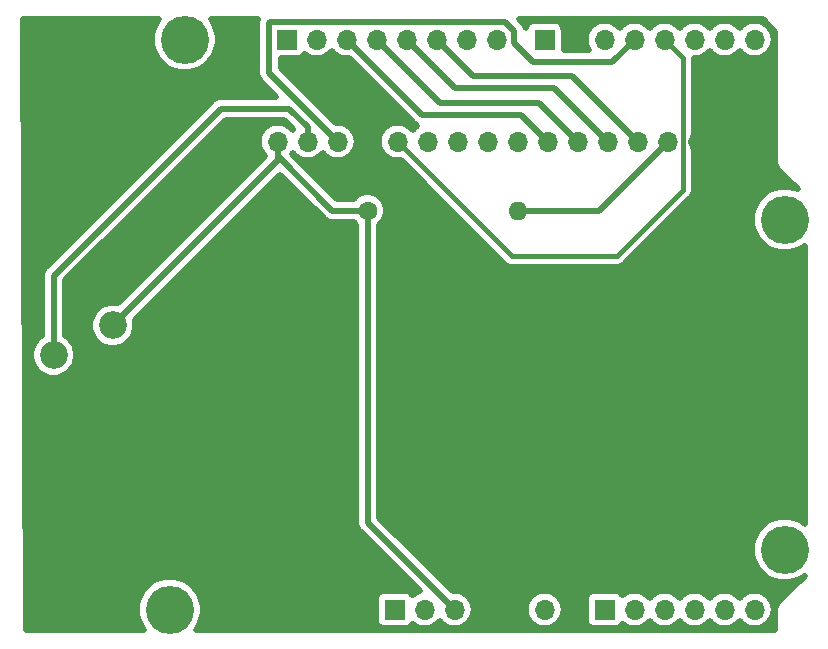
<source format=gbr>
G04 #@! TF.GenerationSoftware,KiCad,Pcbnew,5.1.2-f72e74a~84~ubuntu16.04.1*
G04 #@! TF.CreationDate,2019-07-02T21:00:39+02:00*
G04 #@! TF.ProjectId,Ethernet_Display,45746865-726e-4657-945f-446973706c61,rev?*
G04 #@! TF.SameCoordinates,Original*
G04 #@! TF.FileFunction,Copper,L2,Bot*
G04 #@! TF.FilePolarity,Positive*
%FSLAX46Y46*%
G04 Gerber Fmt 4.6, Leading zero omitted, Abs format (unit mm)*
G04 Created by KiCad (PCBNEW 5.1.2-f72e74a~84~ubuntu16.04.1) date 2019-07-02 21:00:39*
%MOMM*%
%LPD*%
G04 APERTURE LIST*
%ADD10O,1.600000X1.600000*%
%ADD11C,1.600000*%
%ADD12C,2.340000*%
%ADD13O,1.700000X1.700000*%
%ADD14R,1.700000X1.700000*%
%ADD15C,4.064000*%
%ADD16C,0.500000*%
%ADD17C,0.400000*%
G04 APERTURE END LIST*
D10*
X61722000Y-33401000D03*
D11*
X49022000Y-33401000D03*
D12*
X27432000Y-48133000D03*
X22432000Y-45633000D03*
X27432000Y-43133000D03*
D13*
X76962000Y-27559000D03*
X74422000Y-27559000D03*
X71882000Y-27559000D03*
X69342000Y-27559000D03*
X66802000Y-27559000D03*
X64262000Y-27559000D03*
X61722000Y-27559000D03*
X59182000Y-27559000D03*
X56642000Y-27559000D03*
X54102000Y-27559000D03*
X51562000Y-27559000D03*
X49022000Y-27559000D03*
X46482000Y-27559000D03*
X43942000Y-27559000D03*
X41402000Y-27559000D03*
D14*
X38862000Y-27559000D03*
D13*
X59945000Y-18923000D03*
X57405000Y-18923000D03*
X54865000Y-18923000D03*
X52325000Y-18923000D03*
X49785000Y-18923000D03*
X47245000Y-18923000D03*
X44705000Y-18923000D03*
D14*
X42165000Y-18923000D03*
D13*
X81788000Y-18923000D03*
X79248000Y-18923000D03*
X76708000Y-18923000D03*
X74168000Y-18923000D03*
X71628000Y-18923000D03*
X69088000Y-18923000D03*
X66548000Y-18923000D03*
D14*
X64008000Y-18923000D03*
D13*
X81788000Y-67183000D03*
X79248000Y-67183000D03*
X76708000Y-67183000D03*
X74168000Y-67183000D03*
X71628000Y-67183000D03*
D14*
X69088000Y-67183000D03*
D13*
X64008000Y-67183000D03*
X61468000Y-67183000D03*
X58928000Y-67183000D03*
X56388000Y-67183000D03*
X53848000Y-67183000D03*
D14*
X51308000Y-67183000D03*
D15*
X32258000Y-67183000D03*
X84328000Y-62103000D03*
X33528000Y-18923000D03*
X84328000Y-34163000D03*
D16*
X46041919Y-33401000D02*
X47890630Y-33401000D01*
X41402000Y-28761081D02*
X46041919Y-33401000D01*
X47890630Y-33401000D02*
X49022000Y-33401000D01*
X41402000Y-27559000D02*
X41402000Y-28761081D01*
X49022000Y-59817000D02*
X56388000Y-67183000D01*
X49022000Y-33401000D02*
X49022000Y-59817000D01*
X41402000Y-29163000D02*
X27432000Y-43133000D01*
X41402000Y-27559000D02*
X41402000Y-29163000D01*
D17*
X61214000Y-37211000D02*
X52411999Y-28408999D01*
X74168000Y-18923000D02*
X75692000Y-20447000D01*
X52411999Y-28408999D02*
X51562000Y-27559000D01*
X75692000Y-20447000D02*
X75692000Y-31623000D01*
X75692000Y-31623000D02*
X70104000Y-37211000D01*
X70104000Y-37211000D02*
X61214000Y-37211000D01*
D16*
X45632001Y-26709001D02*
X46482000Y-27559000D01*
X40664999Y-21741999D02*
X45632001Y-26709001D01*
X40664999Y-17552999D02*
X40664999Y-21741999D01*
X60665001Y-17422999D02*
X40794999Y-17422999D01*
X61445001Y-18202999D02*
X60665001Y-17422999D01*
X61445001Y-19230003D02*
X61445001Y-18202999D01*
X40794999Y-17422999D02*
X40664999Y-17552999D01*
X63031989Y-20816991D02*
X61445001Y-19230003D01*
X69734009Y-20816991D02*
X63031989Y-20816991D01*
X71628000Y-18923000D02*
X69734009Y-20816991D01*
X55714999Y-19772999D02*
X54865000Y-18923000D01*
X66294000Y-21971000D02*
X57913000Y-21971000D01*
X57913000Y-21971000D02*
X55714999Y-19772999D01*
X71882000Y-27559000D02*
X66294000Y-21971000D01*
X53174999Y-19772999D02*
X52325000Y-18923000D01*
X56389000Y-22987000D02*
X53174999Y-19772999D01*
X64770000Y-22987000D02*
X56389000Y-22987000D01*
X69342000Y-27559000D02*
X64770000Y-22987000D01*
X50634999Y-19772999D02*
X49785000Y-18923000D01*
X55119000Y-24257000D02*
X50634999Y-19772999D01*
X63500000Y-24257000D02*
X55119000Y-24257000D01*
X66802000Y-27559000D02*
X63500000Y-24257000D01*
X53595000Y-25273000D02*
X48094999Y-19772999D01*
X48094999Y-19772999D02*
X47245000Y-18923000D01*
X61976000Y-25273000D02*
X53595000Y-25273000D01*
X64262000Y-27559000D02*
X61976000Y-25273000D01*
X68580000Y-33401000D02*
X74422000Y-27559000D01*
X61722000Y-33401000D02*
X68580000Y-33401000D01*
X22432000Y-43978371D02*
X22432000Y-45633000D01*
X22432000Y-38909000D02*
X22432000Y-43978371D01*
X43942000Y-27559000D02*
X43942000Y-26356919D01*
X43942000Y-26356919D02*
X42350081Y-24765000D01*
X42350081Y-24765000D02*
X36576000Y-24765000D01*
X36576000Y-24765000D02*
X22432000Y-38909000D01*
G36*
X31062624Y-17605229D02*
G01*
X30852911Y-18111521D01*
X30746000Y-18648997D01*
X30746000Y-19197003D01*
X30852911Y-19734479D01*
X31062624Y-20240771D01*
X31367079Y-20696422D01*
X31754578Y-21083921D01*
X32210229Y-21388376D01*
X32716521Y-21598089D01*
X33253997Y-21705000D01*
X33802003Y-21705000D01*
X34339479Y-21598089D01*
X34845771Y-21388376D01*
X35301422Y-21083921D01*
X35688921Y-20696422D01*
X35993376Y-20240771D01*
X36203089Y-19734479D01*
X36310000Y-19197003D01*
X36310000Y-18648997D01*
X36203089Y-18111521D01*
X35993376Y-17605229D01*
X35727957Y-17208000D01*
X39724657Y-17208000D01*
X39679469Y-17356965D01*
X39660161Y-17552999D01*
X39664999Y-17602119D01*
X39665000Y-21692869D01*
X39660161Y-21741999D01*
X39679469Y-21938033D01*
X39736650Y-22126533D01*
X39779874Y-22207399D01*
X39829508Y-22300257D01*
X39954472Y-22452527D01*
X39992631Y-22483843D01*
X41273787Y-23765000D01*
X36625120Y-23765000D01*
X36576000Y-23760162D01*
X36526880Y-23765000D01*
X36379966Y-23779470D01*
X36191465Y-23836651D01*
X36017742Y-23929508D01*
X35865472Y-24054472D01*
X35834160Y-24092626D01*
X21759637Y-38167151D01*
X21721472Y-38198472D01*
X21596508Y-38350742D01*
X21503652Y-38524465D01*
X21503651Y-38524466D01*
X21446470Y-38712966D01*
X21427162Y-38909000D01*
X21432000Y-38958120D01*
X21432001Y-43929242D01*
X21432000Y-43929252D01*
X21432000Y-43992014D01*
X21208071Y-44141639D01*
X20940639Y-44409071D01*
X20730518Y-44723539D01*
X20585785Y-45072957D01*
X20512000Y-45443897D01*
X20512000Y-45822103D01*
X20585785Y-46193043D01*
X20730518Y-46542461D01*
X20940639Y-46856929D01*
X21208071Y-47124361D01*
X21522539Y-47334482D01*
X21871957Y-47479215D01*
X22242897Y-47553000D01*
X22621103Y-47553000D01*
X22992043Y-47479215D01*
X23341461Y-47334482D01*
X23655929Y-47124361D01*
X23923361Y-46856929D01*
X24133482Y-46542461D01*
X24278215Y-46193043D01*
X24352000Y-45822103D01*
X24352000Y-45443897D01*
X24278215Y-45072957D01*
X24133482Y-44723539D01*
X23923361Y-44409071D01*
X23655929Y-44141639D01*
X23432000Y-43992014D01*
X23432000Y-39323212D01*
X36990214Y-25765000D01*
X41935869Y-25765000D01*
X42709536Y-26538668D01*
X42672000Y-26584405D01*
X42538845Y-26422155D01*
X42295213Y-26222212D01*
X42017256Y-26073641D01*
X41715655Y-25982151D01*
X41480597Y-25959000D01*
X41323403Y-25959000D01*
X41088345Y-25982151D01*
X40786744Y-26073641D01*
X40508787Y-26222212D01*
X40265155Y-26422155D01*
X40065212Y-26665787D01*
X39916641Y-26943744D01*
X39825151Y-27245345D01*
X39794259Y-27559000D01*
X39825151Y-27872655D01*
X39916641Y-28174256D01*
X40065212Y-28452213D01*
X40265155Y-28695845D01*
X40369394Y-28781392D01*
X27885246Y-41265542D01*
X27621103Y-41213000D01*
X27242897Y-41213000D01*
X26871957Y-41286785D01*
X26522539Y-41431518D01*
X26208071Y-41641639D01*
X25940639Y-41909071D01*
X25730518Y-42223539D01*
X25585785Y-42572957D01*
X25512000Y-42943897D01*
X25512000Y-43322103D01*
X25585785Y-43693043D01*
X25730518Y-44042461D01*
X25940639Y-44356929D01*
X26208071Y-44624361D01*
X26522539Y-44834482D01*
X26871957Y-44979215D01*
X27242897Y-45053000D01*
X27621103Y-45053000D01*
X27992043Y-44979215D01*
X28341461Y-44834482D01*
X28655929Y-44624361D01*
X28923361Y-44356929D01*
X29133482Y-44042461D01*
X29278215Y-43693043D01*
X29352000Y-43322103D01*
X29352000Y-42943897D01*
X29299458Y-42679754D01*
X41602960Y-30376254D01*
X45300074Y-34073368D01*
X45331391Y-34111528D01*
X45483661Y-34236492D01*
X45657384Y-34329349D01*
X45845885Y-34386530D01*
X45992799Y-34401000D01*
X45992800Y-34401000D01*
X46041918Y-34405838D01*
X46091036Y-34401000D01*
X47829968Y-34401000D01*
X48022000Y-34593032D01*
X48022001Y-59767870D01*
X48017162Y-59817000D01*
X48036470Y-60013034D01*
X48093651Y-60201534D01*
X48093652Y-60201535D01*
X48186509Y-60375258D01*
X48311473Y-60527528D01*
X48349632Y-60558844D01*
X53428919Y-65638132D01*
X53232744Y-65697641D01*
X52954787Y-65846212D01*
X52811205Y-65964046D01*
X52784619Y-65914307D01*
X52690895Y-65800105D01*
X52576693Y-65706381D01*
X52446401Y-65636739D01*
X52305026Y-65593853D01*
X52158000Y-65579372D01*
X50458000Y-65579372D01*
X50310974Y-65593853D01*
X50169599Y-65636739D01*
X50039307Y-65706381D01*
X49925105Y-65800105D01*
X49831381Y-65914307D01*
X49761739Y-66044599D01*
X49718853Y-66185974D01*
X49704372Y-66333000D01*
X49704372Y-68033000D01*
X49718853Y-68180026D01*
X49761739Y-68321401D01*
X49831381Y-68451693D01*
X49925105Y-68565895D01*
X50039307Y-68659619D01*
X50169599Y-68729261D01*
X50310974Y-68772147D01*
X50458000Y-68786628D01*
X52158000Y-68786628D01*
X52305026Y-68772147D01*
X52446401Y-68729261D01*
X52576693Y-68659619D01*
X52690895Y-68565895D01*
X52784619Y-68451693D01*
X52811205Y-68401954D01*
X52954787Y-68519788D01*
X53232744Y-68668359D01*
X53534345Y-68759849D01*
X53769403Y-68783000D01*
X53926597Y-68783000D01*
X54161655Y-68759849D01*
X54463256Y-68668359D01*
X54741213Y-68519788D01*
X54984845Y-68319845D01*
X55118000Y-68157595D01*
X55251155Y-68319845D01*
X55494787Y-68519788D01*
X55772744Y-68668359D01*
X56074345Y-68759849D01*
X56309403Y-68783000D01*
X56466597Y-68783000D01*
X56701655Y-68759849D01*
X57003256Y-68668359D01*
X57281213Y-68519788D01*
X57524845Y-68319845D01*
X57724788Y-68076213D01*
X57873359Y-67798256D01*
X57964849Y-67496655D01*
X57995741Y-67183000D01*
X62400259Y-67183000D01*
X62431151Y-67496655D01*
X62522641Y-67798256D01*
X62671212Y-68076213D01*
X62871155Y-68319845D01*
X63114787Y-68519788D01*
X63392744Y-68668359D01*
X63694345Y-68759849D01*
X63929403Y-68783000D01*
X64086597Y-68783000D01*
X64321655Y-68759849D01*
X64623256Y-68668359D01*
X64901213Y-68519788D01*
X65144845Y-68319845D01*
X65344788Y-68076213D01*
X65493359Y-67798256D01*
X65584849Y-67496655D01*
X65615741Y-67183000D01*
X65584849Y-66869345D01*
X65493359Y-66567744D01*
X65367886Y-66333000D01*
X67484372Y-66333000D01*
X67484372Y-68033000D01*
X67498853Y-68180026D01*
X67541739Y-68321401D01*
X67611381Y-68451693D01*
X67705105Y-68565895D01*
X67819307Y-68659619D01*
X67949599Y-68729261D01*
X68090974Y-68772147D01*
X68238000Y-68786628D01*
X69938000Y-68786628D01*
X70085026Y-68772147D01*
X70226401Y-68729261D01*
X70356693Y-68659619D01*
X70470895Y-68565895D01*
X70564619Y-68451693D01*
X70591205Y-68401954D01*
X70734787Y-68519788D01*
X71012744Y-68668359D01*
X71314345Y-68759849D01*
X71549403Y-68783000D01*
X71706597Y-68783000D01*
X71941655Y-68759849D01*
X72243256Y-68668359D01*
X72521213Y-68519788D01*
X72764845Y-68319845D01*
X72898000Y-68157595D01*
X73031155Y-68319845D01*
X73274787Y-68519788D01*
X73552744Y-68668359D01*
X73854345Y-68759849D01*
X74089403Y-68783000D01*
X74246597Y-68783000D01*
X74481655Y-68759849D01*
X74783256Y-68668359D01*
X75061213Y-68519788D01*
X75304845Y-68319845D01*
X75438000Y-68157595D01*
X75571155Y-68319845D01*
X75814787Y-68519788D01*
X76092744Y-68668359D01*
X76394345Y-68759849D01*
X76629403Y-68783000D01*
X76786597Y-68783000D01*
X77021655Y-68759849D01*
X77323256Y-68668359D01*
X77601213Y-68519788D01*
X77844845Y-68319845D01*
X77978000Y-68157595D01*
X78111155Y-68319845D01*
X78354787Y-68519788D01*
X78632744Y-68668359D01*
X78934345Y-68759849D01*
X79169403Y-68783000D01*
X79326597Y-68783000D01*
X79561655Y-68759849D01*
X79863256Y-68668359D01*
X80141213Y-68519788D01*
X80384845Y-68319845D01*
X80518000Y-68157595D01*
X80651155Y-68319845D01*
X80894787Y-68519788D01*
X81172744Y-68668359D01*
X81474345Y-68759849D01*
X81709403Y-68783000D01*
X81866597Y-68783000D01*
X82101655Y-68759849D01*
X82403256Y-68668359D01*
X82681213Y-68519788D01*
X82924845Y-68319845D01*
X83124788Y-68076213D01*
X83273359Y-67798256D01*
X83364849Y-67496655D01*
X83395741Y-67183000D01*
X83364849Y-66869345D01*
X83273359Y-66567744D01*
X83124788Y-66289787D01*
X82924845Y-66046155D01*
X82681213Y-65846212D01*
X82403256Y-65697641D01*
X82101655Y-65606151D01*
X81866597Y-65583000D01*
X81709403Y-65583000D01*
X81474345Y-65606151D01*
X81172744Y-65697641D01*
X80894787Y-65846212D01*
X80651155Y-66046155D01*
X80518000Y-66208405D01*
X80384845Y-66046155D01*
X80141213Y-65846212D01*
X79863256Y-65697641D01*
X79561655Y-65606151D01*
X79326597Y-65583000D01*
X79169403Y-65583000D01*
X78934345Y-65606151D01*
X78632744Y-65697641D01*
X78354787Y-65846212D01*
X78111155Y-66046155D01*
X77978000Y-66208405D01*
X77844845Y-66046155D01*
X77601213Y-65846212D01*
X77323256Y-65697641D01*
X77021655Y-65606151D01*
X76786597Y-65583000D01*
X76629403Y-65583000D01*
X76394345Y-65606151D01*
X76092744Y-65697641D01*
X75814787Y-65846212D01*
X75571155Y-66046155D01*
X75438000Y-66208405D01*
X75304845Y-66046155D01*
X75061213Y-65846212D01*
X74783256Y-65697641D01*
X74481655Y-65606151D01*
X74246597Y-65583000D01*
X74089403Y-65583000D01*
X73854345Y-65606151D01*
X73552744Y-65697641D01*
X73274787Y-65846212D01*
X73031155Y-66046155D01*
X72898000Y-66208405D01*
X72764845Y-66046155D01*
X72521213Y-65846212D01*
X72243256Y-65697641D01*
X71941655Y-65606151D01*
X71706597Y-65583000D01*
X71549403Y-65583000D01*
X71314345Y-65606151D01*
X71012744Y-65697641D01*
X70734787Y-65846212D01*
X70591205Y-65964046D01*
X70564619Y-65914307D01*
X70470895Y-65800105D01*
X70356693Y-65706381D01*
X70226401Y-65636739D01*
X70085026Y-65593853D01*
X69938000Y-65579372D01*
X68238000Y-65579372D01*
X68090974Y-65593853D01*
X67949599Y-65636739D01*
X67819307Y-65706381D01*
X67705105Y-65800105D01*
X67611381Y-65914307D01*
X67541739Y-66044599D01*
X67498853Y-66185974D01*
X67484372Y-66333000D01*
X65367886Y-66333000D01*
X65344788Y-66289787D01*
X65144845Y-66046155D01*
X64901213Y-65846212D01*
X64623256Y-65697641D01*
X64321655Y-65606151D01*
X64086597Y-65583000D01*
X63929403Y-65583000D01*
X63694345Y-65606151D01*
X63392744Y-65697641D01*
X63114787Y-65846212D01*
X62871155Y-66046155D01*
X62671212Y-66289787D01*
X62522641Y-66567744D01*
X62431151Y-66869345D01*
X62400259Y-67183000D01*
X57995741Y-67183000D01*
X57964849Y-66869345D01*
X57873359Y-66567744D01*
X57724788Y-66289787D01*
X57524845Y-66046155D01*
X57281213Y-65846212D01*
X57003256Y-65697641D01*
X56701655Y-65606151D01*
X56466597Y-65583000D01*
X56309403Y-65583000D01*
X56211824Y-65592611D01*
X50022000Y-59402788D01*
X50022000Y-34593032D01*
X50225964Y-34389068D01*
X50395592Y-34135200D01*
X50512435Y-33853118D01*
X50572000Y-33553662D01*
X50572000Y-33248338D01*
X50512435Y-32948882D01*
X50395592Y-32666800D01*
X50225964Y-32412932D01*
X50010068Y-32197036D01*
X49756200Y-32027408D01*
X49474118Y-31910565D01*
X49174662Y-31851000D01*
X48869338Y-31851000D01*
X48569882Y-31910565D01*
X48287800Y-32027408D01*
X48033932Y-32197036D01*
X47829968Y-32401000D01*
X46456132Y-32401000D01*
X42634464Y-28579333D01*
X42672000Y-28533595D01*
X42805155Y-28695845D01*
X43048787Y-28895788D01*
X43326744Y-29044359D01*
X43628345Y-29135849D01*
X43863403Y-29159000D01*
X44020597Y-29159000D01*
X44255655Y-29135849D01*
X44557256Y-29044359D01*
X44835213Y-28895788D01*
X45078845Y-28695845D01*
X45212000Y-28533595D01*
X45345155Y-28695845D01*
X45588787Y-28895788D01*
X45866744Y-29044359D01*
X46168345Y-29135849D01*
X46403403Y-29159000D01*
X46560597Y-29159000D01*
X46795655Y-29135849D01*
X47097256Y-29044359D01*
X47375213Y-28895788D01*
X47618845Y-28695845D01*
X47818788Y-28452213D01*
X47967359Y-28174256D01*
X48058849Y-27872655D01*
X48089741Y-27559000D01*
X48058849Y-27245345D01*
X47967359Y-26943744D01*
X47818788Y-26665787D01*
X47618845Y-26422155D01*
X47375213Y-26222212D01*
X47097256Y-26073641D01*
X46795655Y-25982151D01*
X46560597Y-25959000D01*
X46403403Y-25959000D01*
X46305825Y-25968611D01*
X41664999Y-21327787D01*
X41664999Y-20526628D01*
X43015000Y-20526628D01*
X43162026Y-20512147D01*
X43303401Y-20469261D01*
X43433693Y-20399619D01*
X43547895Y-20305895D01*
X43641619Y-20191693D01*
X43668205Y-20141954D01*
X43811787Y-20259788D01*
X44089744Y-20408359D01*
X44391345Y-20499849D01*
X44626403Y-20523000D01*
X44783597Y-20523000D01*
X45018655Y-20499849D01*
X45320256Y-20408359D01*
X45598213Y-20259788D01*
X45841845Y-20059845D01*
X45975000Y-19897595D01*
X46108155Y-20059845D01*
X46351787Y-20259788D01*
X46629744Y-20408359D01*
X46931345Y-20499849D01*
X47166403Y-20523000D01*
X47323597Y-20523000D01*
X47421176Y-20513389D01*
X47422625Y-20514838D01*
X47422631Y-20514843D01*
X52853155Y-25945368D01*
X52884472Y-25983528D01*
X53036742Y-26108492D01*
X53210465Y-26201349D01*
X53234295Y-26208578D01*
X53208787Y-26222212D01*
X52965155Y-26422155D01*
X52832000Y-26584405D01*
X52698845Y-26422155D01*
X52455213Y-26222212D01*
X52177256Y-26073641D01*
X51875655Y-25982151D01*
X51640597Y-25959000D01*
X51483403Y-25959000D01*
X51248345Y-25982151D01*
X50946744Y-26073641D01*
X50668787Y-26222212D01*
X50425155Y-26422155D01*
X50225212Y-26665787D01*
X50076641Y-26943744D01*
X49985151Y-27245345D01*
X49954259Y-27559000D01*
X49985151Y-27872655D01*
X50076641Y-28174256D01*
X50225212Y-28452213D01*
X50425155Y-28695845D01*
X50668787Y-28895788D01*
X50946744Y-29044359D01*
X51248345Y-29135849D01*
X51483403Y-29159000D01*
X51640597Y-29159000D01*
X51802547Y-29143049D01*
X60509254Y-37849757D01*
X60538999Y-37886001D01*
X60575242Y-37915745D01*
X60575245Y-37915748D01*
X60652951Y-37979520D01*
X60683655Y-38004718D01*
X60848692Y-38092932D01*
X61027768Y-38147254D01*
X61167335Y-38161000D01*
X61167345Y-38161000D01*
X61213999Y-38165595D01*
X61260654Y-38161000D01*
X70057346Y-38161000D01*
X70104000Y-38165595D01*
X70150654Y-38161000D01*
X70150665Y-38161000D01*
X70290232Y-38147254D01*
X70469308Y-38092932D01*
X70634345Y-38004718D01*
X70779001Y-37886001D01*
X70808750Y-37849752D01*
X76330757Y-32327746D01*
X76367001Y-32298001D01*
X76449862Y-32197036D01*
X76485717Y-32153346D01*
X76511031Y-32105987D01*
X76573932Y-31988308D01*
X76628254Y-31809232D01*
X76642000Y-31669665D01*
X76642000Y-31669656D01*
X76646595Y-31623001D01*
X76642000Y-31576346D01*
X76642000Y-20523000D01*
X76786597Y-20523000D01*
X77021655Y-20499849D01*
X77323256Y-20408359D01*
X77601213Y-20259788D01*
X77844845Y-20059845D01*
X77978000Y-19897595D01*
X78111155Y-20059845D01*
X78354787Y-20259788D01*
X78632744Y-20408359D01*
X78934345Y-20499849D01*
X79169403Y-20523000D01*
X79326597Y-20523000D01*
X79561655Y-20499849D01*
X79863256Y-20408359D01*
X80141213Y-20259788D01*
X80384845Y-20059845D01*
X80518000Y-19897595D01*
X80651155Y-20059845D01*
X80894787Y-20259788D01*
X81172744Y-20408359D01*
X81474345Y-20499849D01*
X81709403Y-20523000D01*
X81866597Y-20523000D01*
X82101655Y-20499849D01*
X82403256Y-20408359D01*
X82681213Y-20259788D01*
X82924845Y-20059845D01*
X83124788Y-19816213D01*
X83273359Y-19538256D01*
X83364849Y-19236655D01*
X83395741Y-18923000D01*
X83364849Y-18609345D01*
X83273359Y-18307744D01*
X83124788Y-18029787D01*
X82924845Y-17786155D01*
X82681213Y-17586212D01*
X82403256Y-17437641D01*
X82101655Y-17346151D01*
X81866597Y-17323000D01*
X81709403Y-17323000D01*
X81474345Y-17346151D01*
X81172744Y-17437641D01*
X80894787Y-17586212D01*
X80651155Y-17786155D01*
X80518000Y-17948405D01*
X80384845Y-17786155D01*
X80141213Y-17586212D01*
X79863256Y-17437641D01*
X79561655Y-17346151D01*
X79326597Y-17323000D01*
X79169403Y-17323000D01*
X78934345Y-17346151D01*
X78632744Y-17437641D01*
X78354787Y-17586212D01*
X78111155Y-17786155D01*
X77978000Y-17948405D01*
X77844845Y-17786155D01*
X77601213Y-17586212D01*
X77323256Y-17437641D01*
X77021655Y-17346151D01*
X76786597Y-17323000D01*
X76629403Y-17323000D01*
X76394345Y-17346151D01*
X76092744Y-17437641D01*
X75814787Y-17586212D01*
X75571155Y-17786155D01*
X75438000Y-17948405D01*
X75304845Y-17786155D01*
X75061213Y-17586212D01*
X74783256Y-17437641D01*
X74481655Y-17346151D01*
X74246597Y-17323000D01*
X74089403Y-17323000D01*
X73854345Y-17346151D01*
X73552744Y-17437641D01*
X73274787Y-17586212D01*
X73031155Y-17786155D01*
X72898000Y-17948405D01*
X72764845Y-17786155D01*
X72521213Y-17586212D01*
X72243256Y-17437641D01*
X71941655Y-17346151D01*
X71706597Y-17323000D01*
X71549403Y-17323000D01*
X71314345Y-17346151D01*
X71012744Y-17437641D01*
X70734787Y-17586212D01*
X70491155Y-17786155D01*
X70358000Y-17948405D01*
X70224845Y-17786155D01*
X69981213Y-17586212D01*
X69703256Y-17437641D01*
X69401655Y-17346151D01*
X69166597Y-17323000D01*
X69009403Y-17323000D01*
X68774345Y-17346151D01*
X68472744Y-17437641D01*
X68194787Y-17586212D01*
X67951155Y-17786155D01*
X67751212Y-18029787D01*
X67602641Y-18307744D01*
X67511151Y-18609345D01*
X67480259Y-18923000D01*
X67511151Y-19236655D01*
X67602641Y-19538256D01*
X67751212Y-19816213D01*
X67751850Y-19816991D01*
X65607295Y-19816991D01*
X65611628Y-19773000D01*
X65611628Y-18073000D01*
X65597147Y-17925974D01*
X65554261Y-17784599D01*
X65484619Y-17654307D01*
X65390895Y-17540105D01*
X65276693Y-17446381D01*
X65146401Y-17376739D01*
X65005026Y-17333853D01*
X64858000Y-17319372D01*
X63158000Y-17319372D01*
X63010974Y-17333853D01*
X62869599Y-17376739D01*
X62739307Y-17446381D01*
X62625105Y-17540105D01*
X62531381Y-17654307D01*
X62461739Y-17784599D01*
X62418853Y-17925974D01*
X62415694Y-17958052D01*
X62373350Y-17818464D01*
X62280493Y-17644741D01*
X62186841Y-17530625D01*
X62155529Y-17492471D01*
X62117374Y-17461158D01*
X61864215Y-17208000D01*
X82462275Y-17208000D01*
X83503001Y-18248727D01*
X83503000Y-29296487D01*
X83499010Y-29337000D01*
X83503000Y-29377513D01*
X83503000Y-29377520D01*
X83514938Y-29498727D01*
X83562112Y-29654240D01*
X83638719Y-29797562D01*
X83741815Y-29923185D01*
X83773296Y-29949021D01*
X85434307Y-31610033D01*
X85139479Y-31487911D01*
X84602003Y-31381000D01*
X84053997Y-31381000D01*
X83516521Y-31487911D01*
X83010229Y-31697624D01*
X82554578Y-32002079D01*
X82167079Y-32389578D01*
X81862624Y-32845229D01*
X81652911Y-33351521D01*
X81546000Y-33888997D01*
X81546000Y-34437003D01*
X81652911Y-34974479D01*
X81862624Y-35480771D01*
X82167079Y-35936422D01*
X82554578Y-36323921D01*
X83010229Y-36628376D01*
X83516521Y-36838089D01*
X84053997Y-36945000D01*
X84602003Y-36945000D01*
X85139479Y-36838089D01*
X85645771Y-36628376D01*
X86043001Y-36362957D01*
X86043000Y-59903043D01*
X85645771Y-59637624D01*
X85139479Y-59427911D01*
X84602003Y-59321000D01*
X84053997Y-59321000D01*
X83516521Y-59427911D01*
X83010229Y-59637624D01*
X82554578Y-59942079D01*
X82167079Y-60329578D01*
X81862624Y-60785229D01*
X81652911Y-61291521D01*
X81546000Y-61828997D01*
X81546000Y-62377003D01*
X81652911Y-62914479D01*
X81862624Y-63420771D01*
X82167079Y-63876422D01*
X82554578Y-64263921D01*
X83010229Y-64568376D01*
X83516521Y-64778089D01*
X84053997Y-64885000D01*
X84602003Y-64885000D01*
X85139479Y-64778089D01*
X85645771Y-64568376D01*
X86037928Y-64306346D01*
X83773291Y-66570984D01*
X83741816Y-66596815D01*
X83638720Y-66722437D01*
X83562113Y-66865759D01*
X83514938Y-67021272D01*
X83499010Y-67183000D01*
X83503001Y-67223523D01*
X83503000Y-68898000D01*
X34457957Y-68898000D01*
X34723376Y-68500771D01*
X34933089Y-67994479D01*
X35040000Y-67457003D01*
X35040000Y-66908997D01*
X34933089Y-66371521D01*
X34723376Y-65865229D01*
X34418921Y-65409578D01*
X34031422Y-65022079D01*
X33575771Y-64717624D01*
X33069479Y-64507911D01*
X32532003Y-64401000D01*
X31983997Y-64401000D01*
X31446521Y-64507911D01*
X30940229Y-64717624D01*
X30484578Y-65022079D01*
X30097079Y-65409578D01*
X29792624Y-65865229D01*
X29582911Y-66371521D01*
X29476000Y-66908997D01*
X29476000Y-67457003D01*
X29582911Y-67994479D01*
X29792624Y-68500771D01*
X30058043Y-68898000D01*
X20058074Y-68898000D01*
X19811931Y-17208000D01*
X31328043Y-17208000D01*
X31062624Y-17605229D01*
X31062624Y-17605229D01*
G37*
X31062624Y-17605229D02*
X30852911Y-18111521D01*
X30746000Y-18648997D01*
X30746000Y-19197003D01*
X30852911Y-19734479D01*
X31062624Y-20240771D01*
X31367079Y-20696422D01*
X31754578Y-21083921D01*
X32210229Y-21388376D01*
X32716521Y-21598089D01*
X33253997Y-21705000D01*
X33802003Y-21705000D01*
X34339479Y-21598089D01*
X34845771Y-21388376D01*
X35301422Y-21083921D01*
X35688921Y-20696422D01*
X35993376Y-20240771D01*
X36203089Y-19734479D01*
X36310000Y-19197003D01*
X36310000Y-18648997D01*
X36203089Y-18111521D01*
X35993376Y-17605229D01*
X35727957Y-17208000D01*
X39724657Y-17208000D01*
X39679469Y-17356965D01*
X39660161Y-17552999D01*
X39664999Y-17602119D01*
X39665000Y-21692869D01*
X39660161Y-21741999D01*
X39679469Y-21938033D01*
X39736650Y-22126533D01*
X39779874Y-22207399D01*
X39829508Y-22300257D01*
X39954472Y-22452527D01*
X39992631Y-22483843D01*
X41273787Y-23765000D01*
X36625120Y-23765000D01*
X36576000Y-23760162D01*
X36526880Y-23765000D01*
X36379966Y-23779470D01*
X36191465Y-23836651D01*
X36017742Y-23929508D01*
X35865472Y-24054472D01*
X35834160Y-24092626D01*
X21759637Y-38167151D01*
X21721472Y-38198472D01*
X21596508Y-38350742D01*
X21503652Y-38524465D01*
X21503651Y-38524466D01*
X21446470Y-38712966D01*
X21427162Y-38909000D01*
X21432000Y-38958120D01*
X21432001Y-43929242D01*
X21432000Y-43929252D01*
X21432000Y-43992014D01*
X21208071Y-44141639D01*
X20940639Y-44409071D01*
X20730518Y-44723539D01*
X20585785Y-45072957D01*
X20512000Y-45443897D01*
X20512000Y-45822103D01*
X20585785Y-46193043D01*
X20730518Y-46542461D01*
X20940639Y-46856929D01*
X21208071Y-47124361D01*
X21522539Y-47334482D01*
X21871957Y-47479215D01*
X22242897Y-47553000D01*
X22621103Y-47553000D01*
X22992043Y-47479215D01*
X23341461Y-47334482D01*
X23655929Y-47124361D01*
X23923361Y-46856929D01*
X24133482Y-46542461D01*
X24278215Y-46193043D01*
X24352000Y-45822103D01*
X24352000Y-45443897D01*
X24278215Y-45072957D01*
X24133482Y-44723539D01*
X23923361Y-44409071D01*
X23655929Y-44141639D01*
X23432000Y-43992014D01*
X23432000Y-39323212D01*
X36990214Y-25765000D01*
X41935869Y-25765000D01*
X42709536Y-26538668D01*
X42672000Y-26584405D01*
X42538845Y-26422155D01*
X42295213Y-26222212D01*
X42017256Y-26073641D01*
X41715655Y-25982151D01*
X41480597Y-25959000D01*
X41323403Y-25959000D01*
X41088345Y-25982151D01*
X40786744Y-26073641D01*
X40508787Y-26222212D01*
X40265155Y-26422155D01*
X40065212Y-26665787D01*
X39916641Y-26943744D01*
X39825151Y-27245345D01*
X39794259Y-27559000D01*
X39825151Y-27872655D01*
X39916641Y-28174256D01*
X40065212Y-28452213D01*
X40265155Y-28695845D01*
X40369394Y-28781392D01*
X27885246Y-41265542D01*
X27621103Y-41213000D01*
X27242897Y-41213000D01*
X26871957Y-41286785D01*
X26522539Y-41431518D01*
X26208071Y-41641639D01*
X25940639Y-41909071D01*
X25730518Y-42223539D01*
X25585785Y-42572957D01*
X25512000Y-42943897D01*
X25512000Y-43322103D01*
X25585785Y-43693043D01*
X25730518Y-44042461D01*
X25940639Y-44356929D01*
X26208071Y-44624361D01*
X26522539Y-44834482D01*
X26871957Y-44979215D01*
X27242897Y-45053000D01*
X27621103Y-45053000D01*
X27992043Y-44979215D01*
X28341461Y-44834482D01*
X28655929Y-44624361D01*
X28923361Y-44356929D01*
X29133482Y-44042461D01*
X29278215Y-43693043D01*
X29352000Y-43322103D01*
X29352000Y-42943897D01*
X29299458Y-42679754D01*
X41602960Y-30376254D01*
X45300074Y-34073368D01*
X45331391Y-34111528D01*
X45483661Y-34236492D01*
X45657384Y-34329349D01*
X45845885Y-34386530D01*
X45992799Y-34401000D01*
X45992800Y-34401000D01*
X46041918Y-34405838D01*
X46091036Y-34401000D01*
X47829968Y-34401000D01*
X48022000Y-34593032D01*
X48022001Y-59767870D01*
X48017162Y-59817000D01*
X48036470Y-60013034D01*
X48093651Y-60201534D01*
X48093652Y-60201535D01*
X48186509Y-60375258D01*
X48311473Y-60527528D01*
X48349632Y-60558844D01*
X53428919Y-65638132D01*
X53232744Y-65697641D01*
X52954787Y-65846212D01*
X52811205Y-65964046D01*
X52784619Y-65914307D01*
X52690895Y-65800105D01*
X52576693Y-65706381D01*
X52446401Y-65636739D01*
X52305026Y-65593853D01*
X52158000Y-65579372D01*
X50458000Y-65579372D01*
X50310974Y-65593853D01*
X50169599Y-65636739D01*
X50039307Y-65706381D01*
X49925105Y-65800105D01*
X49831381Y-65914307D01*
X49761739Y-66044599D01*
X49718853Y-66185974D01*
X49704372Y-66333000D01*
X49704372Y-68033000D01*
X49718853Y-68180026D01*
X49761739Y-68321401D01*
X49831381Y-68451693D01*
X49925105Y-68565895D01*
X50039307Y-68659619D01*
X50169599Y-68729261D01*
X50310974Y-68772147D01*
X50458000Y-68786628D01*
X52158000Y-68786628D01*
X52305026Y-68772147D01*
X52446401Y-68729261D01*
X52576693Y-68659619D01*
X52690895Y-68565895D01*
X52784619Y-68451693D01*
X52811205Y-68401954D01*
X52954787Y-68519788D01*
X53232744Y-68668359D01*
X53534345Y-68759849D01*
X53769403Y-68783000D01*
X53926597Y-68783000D01*
X54161655Y-68759849D01*
X54463256Y-68668359D01*
X54741213Y-68519788D01*
X54984845Y-68319845D01*
X55118000Y-68157595D01*
X55251155Y-68319845D01*
X55494787Y-68519788D01*
X55772744Y-68668359D01*
X56074345Y-68759849D01*
X56309403Y-68783000D01*
X56466597Y-68783000D01*
X56701655Y-68759849D01*
X57003256Y-68668359D01*
X57281213Y-68519788D01*
X57524845Y-68319845D01*
X57724788Y-68076213D01*
X57873359Y-67798256D01*
X57964849Y-67496655D01*
X57995741Y-67183000D01*
X62400259Y-67183000D01*
X62431151Y-67496655D01*
X62522641Y-67798256D01*
X62671212Y-68076213D01*
X62871155Y-68319845D01*
X63114787Y-68519788D01*
X63392744Y-68668359D01*
X63694345Y-68759849D01*
X63929403Y-68783000D01*
X64086597Y-68783000D01*
X64321655Y-68759849D01*
X64623256Y-68668359D01*
X64901213Y-68519788D01*
X65144845Y-68319845D01*
X65344788Y-68076213D01*
X65493359Y-67798256D01*
X65584849Y-67496655D01*
X65615741Y-67183000D01*
X65584849Y-66869345D01*
X65493359Y-66567744D01*
X65367886Y-66333000D01*
X67484372Y-66333000D01*
X67484372Y-68033000D01*
X67498853Y-68180026D01*
X67541739Y-68321401D01*
X67611381Y-68451693D01*
X67705105Y-68565895D01*
X67819307Y-68659619D01*
X67949599Y-68729261D01*
X68090974Y-68772147D01*
X68238000Y-68786628D01*
X69938000Y-68786628D01*
X70085026Y-68772147D01*
X70226401Y-68729261D01*
X70356693Y-68659619D01*
X70470895Y-68565895D01*
X70564619Y-68451693D01*
X70591205Y-68401954D01*
X70734787Y-68519788D01*
X71012744Y-68668359D01*
X71314345Y-68759849D01*
X71549403Y-68783000D01*
X71706597Y-68783000D01*
X71941655Y-68759849D01*
X72243256Y-68668359D01*
X72521213Y-68519788D01*
X72764845Y-68319845D01*
X72898000Y-68157595D01*
X73031155Y-68319845D01*
X73274787Y-68519788D01*
X73552744Y-68668359D01*
X73854345Y-68759849D01*
X74089403Y-68783000D01*
X74246597Y-68783000D01*
X74481655Y-68759849D01*
X74783256Y-68668359D01*
X75061213Y-68519788D01*
X75304845Y-68319845D01*
X75438000Y-68157595D01*
X75571155Y-68319845D01*
X75814787Y-68519788D01*
X76092744Y-68668359D01*
X76394345Y-68759849D01*
X76629403Y-68783000D01*
X76786597Y-68783000D01*
X77021655Y-68759849D01*
X77323256Y-68668359D01*
X77601213Y-68519788D01*
X77844845Y-68319845D01*
X77978000Y-68157595D01*
X78111155Y-68319845D01*
X78354787Y-68519788D01*
X78632744Y-68668359D01*
X78934345Y-68759849D01*
X79169403Y-68783000D01*
X79326597Y-68783000D01*
X79561655Y-68759849D01*
X79863256Y-68668359D01*
X80141213Y-68519788D01*
X80384845Y-68319845D01*
X80518000Y-68157595D01*
X80651155Y-68319845D01*
X80894787Y-68519788D01*
X81172744Y-68668359D01*
X81474345Y-68759849D01*
X81709403Y-68783000D01*
X81866597Y-68783000D01*
X82101655Y-68759849D01*
X82403256Y-68668359D01*
X82681213Y-68519788D01*
X82924845Y-68319845D01*
X83124788Y-68076213D01*
X83273359Y-67798256D01*
X83364849Y-67496655D01*
X83395741Y-67183000D01*
X83364849Y-66869345D01*
X83273359Y-66567744D01*
X83124788Y-66289787D01*
X82924845Y-66046155D01*
X82681213Y-65846212D01*
X82403256Y-65697641D01*
X82101655Y-65606151D01*
X81866597Y-65583000D01*
X81709403Y-65583000D01*
X81474345Y-65606151D01*
X81172744Y-65697641D01*
X80894787Y-65846212D01*
X80651155Y-66046155D01*
X80518000Y-66208405D01*
X80384845Y-66046155D01*
X80141213Y-65846212D01*
X79863256Y-65697641D01*
X79561655Y-65606151D01*
X79326597Y-65583000D01*
X79169403Y-65583000D01*
X78934345Y-65606151D01*
X78632744Y-65697641D01*
X78354787Y-65846212D01*
X78111155Y-66046155D01*
X77978000Y-66208405D01*
X77844845Y-66046155D01*
X77601213Y-65846212D01*
X77323256Y-65697641D01*
X77021655Y-65606151D01*
X76786597Y-65583000D01*
X76629403Y-65583000D01*
X76394345Y-65606151D01*
X76092744Y-65697641D01*
X75814787Y-65846212D01*
X75571155Y-66046155D01*
X75438000Y-66208405D01*
X75304845Y-66046155D01*
X75061213Y-65846212D01*
X74783256Y-65697641D01*
X74481655Y-65606151D01*
X74246597Y-65583000D01*
X74089403Y-65583000D01*
X73854345Y-65606151D01*
X73552744Y-65697641D01*
X73274787Y-65846212D01*
X73031155Y-66046155D01*
X72898000Y-66208405D01*
X72764845Y-66046155D01*
X72521213Y-65846212D01*
X72243256Y-65697641D01*
X71941655Y-65606151D01*
X71706597Y-65583000D01*
X71549403Y-65583000D01*
X71314345Y-65606151D01*
X71012744Y-65697641D01*
X70734787Y-65846212D01*
X70591205Y-65964046D01*
X70564619Y-65914307D01*
X70470895Y-65800105D01*
X70356693Y-65706381D01*
X70226401Y-65636739D01*
X70085026Y-65593853D01*
X69938000Y-65579372D01*
X68238000Y-65579372D01*
X68090974Y-65593853D01*
X67949599Y-65636739D01*
X67819307Y-65706381D01*
X67705105Y-65800105D01*
X67611381Y-65914307D01*
X67541739Y-66044599D01*
X67498853Y-66185974D01*
X67484372Y-66333000D01*
X65367886Y-66333000D01*
X65344788Y-66289787D01*
X65144845Y-66046155D01*
X64901213Y-65846212D01*
X64623256Y-65697641D01*
X64321655Y-65606151D01*
X64086597Y-65583000D01*
X63929403Y-65583000D01*
X63694345Y-65606151D01*
X63392744Y-65697641D01*
X63114787Y-65846212D01*
X62871155Y-66046155D01*
X62671212Y-66289787D01*
X62522641Y-66567744D01*
X62431151Y-66869345D01*
X62400259Y-67183000D01*
X57995741Y-67183000D01*
X57964849Y-66869345D01*
X57873359Y-66567744D01*
X57724788Y-66289787D01*
X57524845Y-66046155D01*
X57281213Y-65846212D01*
X57003256Y-65697641D01*
X56701655Y-65606151D01*
X56466597Y-65583000D01*
X56309403Y-65583000D01*
X56211824Y-65592611D01*
X50022000Y-59402788D01*
X50022000Y-34593032D01*
X50225964Y-34389068D01*
X50395592Y-34135200D01*
X50512435Y-33853118D01*
X50572000Y-33553662D01*
X50572000Y-33248338D01*
X50512435Y-32948882D01*
X50395592Y-32666800D01*
X50225964Y-32412932D01*
X50010068Y-32197036D01*
X49756200Y-32027408D01*
X49474118Y-31910565D01*
X49174662Y-31851000D01*
X48869338Y-31851000D01*
X48569882Y-31910565D01*
X48287800Y-32027408D01*
X48033932Y-32197036D01*
X47829968Y-32401000D01*
X46456132Y-32401000D01*
X42634464Y-28579333D01*
X42672000Y-28533595D01*
X42805155Y-28695845D01*
X43048787Y-28895788D01*
X43326744Y-29044359D01*
X43628345Y-29135849D01*
X43863403Y-29159000D01*
X44020597Y-29159000D01*
X44255655Y-29135849D01*
X44557256Y-29044359D01*
X44835213Y-28895788D01*
X45078845Y-28695845D01*
X45212000Y-28533595D01*
X45345155Y-28695845D01*
X45588787Y-28895788D01*
X45866744Y-29044359D01*
X46168345Y-29135849D01*
X46403403Y-29159000D01*
X46560597Y-29159000D01*
X46795655Y-29135849D01*
X47097256Y-29044359D01*
X47375213Y-28895788D01*
X47618845Y-28695845D01*
X47818788Y-28452213D01*
X47967359Y-28174256D01*
X48058849Y-27872655D01*
X48089741Y-27559000D01*
X48058849Y-27245345D01*
X47967359Y-26943744D01*
X47818788Y-26665787D01*
X47618845Y-26422155D01*
X47375213Y-26222212D01*
X47097256Y-26073641D01*
X46795655Y-25982151D01*
X46560597Y-25959000D01*
X46403403Y-25959000D01*
X46305825Y-25968611D01*
X41664999Y-21327787D01*
X41664999Y-20526628D01*
X43015000Y-20526628D01*
X43162026Y-20512147D01*
X43303401Y-20469261D01*
X43433693Y-20399619D01*
X43547895Y-20305895D01*
X43641619Y-20191693D01*
X43668205Y-20141954D01*
X43811787Y-20259788D01*
X44089744Y-20408359D01*
X44391345Y-20499849D01*
X44626403Y-20523000D01*
X44783597Y-20523000D01*
X45018655Y-20499849D01*
X45320256Y-20408359D01*
X45598213Y-20259788D01*
X45841845Y-20059845D01*
X45975000Y-19897595D01*
X46108155Y-20059845D01*
X46351787Y-20259788D01*
X46629744Y-20408359D01*
X46931345Y-20499849D01*
X47166403Y-20523000D01*
X47323597Y-20523000D01*
X47421176Y-20513389D01*
X47422625Y-20514838D01*
X47422631Y-20514843D01*
X52853155Y-25945368D01*
X52884472Y-25983528D01*
X53036742Y-26108492D01*
X53210465Y-26201349D01*
X53234295Y-26208578D01*
X53208787Y-26222212D01*
X52965155Y-26422155D01*
X52832000Y-26584405D01*
X52698845Y-26422155D01*
X52455213Y-26222212D01*
X52177256Y-26073641D01*
X51875655Y-25982151D01*
X51640597Y-25959000D01*
X51483403Y-25959000D01*
X51248345Y-25982151D01*
X50946744Y-26073641D01*
X50668787Y-26222212D01*
X50425155Y-26422155D01*
X50225212Y-26665787D01*
X50076641Y-26943744D01*
X49985151Y-27245345D01*
X49954259Y-27559000D01*
X49985151Y-27872655D01*
X50076641Y-28174256D01*
X50225212Y-28452213D01*
X50425155Y-28695845D01*
X50668787Y-28895788D01*
X50946744Y-29044359D01*
X51248345Y-29135849D01*
X51483403Y-29159000D01*
X51640597Y-29159000D01*
X51802547Y-29143049D01*
X60509254Y-37849757D01*
X60538999Y-37886001D01*
X60575242Y-37915745D01*
X60575245Y-37915748D01*
X60652951Y-37979520D01*
X60683655Y-38004718D01*
X60848692Y-38092932D01*
X61027768Y-38147254D01*
X61167335Y-38161000D01*
X61167345Y-38161000D01*
X61213999Y-38165595D01*
X61260654Y-38161000D01*
X70057346Y-38161000D01*
X70104000Y-38165595D01*
X70150654Y-38161000D01*
X70150665Y-38161000D01*
X70290232Y-38147254D01*
X70469308Y-38092932D01*
X70634345Y-38004718D01*
X70779001Y-37886001D01*
X70808750Y-37849752D01*
X76330757Y-32327746D01*
X76367001Y-32298001D01*
X76449862Y-32197036D01*
X76485717Y-32153346D01*
X76511031Y-32105987D01*
X76573932Y-31988308D01*
X76628254Y-31809232D01*
X76642000Y-31669665D01*
X76642000Y-31669656D01*
X76646595Y-31623001D01*
X76642000Y-31576346D01*
X76642000Y-20523000D01*
X76786597Y-20523000D01*
X77021655Y-20499849D01*
X77323256Y-20408359D01*
X77601213Y-20259788D01*
X77844845Y-20059845D01*
X77978000Y-19897595D01*
X78111155Y-20059845D01*
X78354787Y-20259788D01*
X78632744Y-20408359D01*
X78934345Y-20499849D01*
X79169403Y-20523000D01*
X79326597Y-20523000D01*
X79561655Y-20499849D01*
X79863256Y-20408359D01*
X80141213Y-20259788D01*
X80384845Y-20059845D01*
X80518000Y-19897595D01*
X80651155Y-20059845D01*
X80894787Y-20259788D01*
X81172744Y-20408359D01*
X81474345Y-20499849D01*
X81709403Y-20523000D01*
X81866597Y-20523000D01*
X82101655Y-20499849D01*
X82403256Y-20408359D01*
X82681213Y-20259788D01*
X82924845Y-20059845D01*
X83124788Y-19816213D01*
X83273359Y-19538256D01*
X83364849Y-19236655D01*
X83395741Y-18923000D01*
X83364849Y-18609345D01*
X83273359Y-18307744D01*
X83124788Y-18029787D01*
X82924845Y-17786155D01*
X82681213Y-17586212D01*
X82403256Y-17437641D01*
X82101655Y-17346151D01*
X81866597Y-17323000D01*
X81709403Y-17323000D01*
X81474345Y-17346151D01*
X81172744Y-17437641D01*
X80894787Y-17586212D01*
X80651155Y-17786155D01*
X80518000Y-17948405D01*
X80384845Y-17786155D01*
X80141213Y-17586212D01*
X79863256Y-17437641D01*
X79561655Y-17346151D01*
X79326597Y-17323000D01*
X79169403Y-17323000D01*
X78934345Y-17346151D01*
X78632744Y-17437641D01*
X78354787Y-17586212D01*
X78111155Y-17786155D01*
X77978000Y-17948405D01*
X77844845Y-17786155D01*
X77601213Y-17586212D01*
X77323256Y-17437641D01*
X77021655Y-17346151D01*
X76786597Y-17323000D01*
X76629403Y-17323000D01*
X76394345Y-17346151D01*
X76092744Y-17437641D01*
X75814787Y-17586212D01*
X75571155Y-17786155D01*
X75438000Y-17948405D01*
X75304845Y-17786155D01*
X75061213Y-17586212D01*
X74783256Y-17437641D01*
X74481655Y-17346151D01*
X74246597Y-17323000D01*
X74089403Y-17323000D01*
X73854345Y-17346151D01*
X73552744Y-17437641D01*
X73274787Y-17586212D01*
X73031155Y-17786155D01*
X72898000Y-17948405D01*
X72764845Y-17786155D01*
X72521213Y-17586212D01*
X72243256Y-17437641D01*
X71941655Y-17346151D01*
X71706597Y-17323000D01*
X71549403Y-17323000D01*
X71314345Y-17346151D01*
X71012744Y-17437641D01*
X70734787Y-17586212D01*
X70491155Y-17786155D01*
X70358000Y-17948405D01*
X70224845Y-17786155D01*
X69981213Y-17586212D01*
X69703256Y-17437641D01*
X69401655Y-17346151D01*
X69166597Y-17323000D01*
X69009403Y-17323000D01*
X68774345Y-17346151D01*
X68472744Y-17437641D01*
X68194787Y-17586212D01*
X67951155Y-17786155D01*
X67751212Y-18029787D01*
X67602641Y-18307744D01*
X67511151Y-18609345D01*
X67480259Y-18923000D01*
X67511151Y-19236655D01*
X67602641Y-19538256D01*
X67751212Y-19816213D01*
X67751850Y-19816991D01*
X65607295Y-19816991D01*
X65611628Y-19773000D01*
X65611628Y-18073000D01*
X65597147Y-17925974D01*
X65554261Y-17784599D01*
X65484619Y-17654307D01*
X65390895Y-17540105D01*
X65276693Y-17446381D01*
X65146401Y-17376739D01*
X65005026Y-17333853D01*
X64858000Y-17319372D01*
X63158000Y-17319372D01*
X63010974Y-17333853D01*
X62869599Y-17376739D01*
X62739307Y-17446381D01*
X62625105Y-17540105D01*
X62531381Y-17654307D01*
X62461739Y-17784599D01*
X62418853Y-17925974D01*
X62415694Y-17958052D01*
X62373350Y-17818464D01*
X62280493Y-17644741D01*
X62186841Y-17530625D01*
X62155529Y-17492471D01*
X62117374Y-17461158D01*
X61864215Y-17208000D01*
X82462275Y-17208000D01*
X83503001Y-18248727D01*
X83503000Y-29296487D01*
X83499010Y-29337000D01*
X83503000Y-29377513D01*
X83503000Y-29377520D01*
X83514938Y-29498727D01*
X83562112Y-29654240D01*
X83638719Y-29797562D01*
X83741815Y-29923185D01*
X83773296Y-29949021D01*
X85434307Y-31610033D01*
X85139479Y-31487911D01*
X84602003Y-31381000D01*
X84053997Y-31381000D01*
X83516521Y-31487911D01*
X83010229Y-31697624D01*
X82554578Y-32002079D01*
X82167079Y-32389578D01*
X81862624Y-32845229D01*
X81652911Y-33351521D01*
X81546000Y-33888997D01*
X81546000Y-34437003D01*
X81652911Y-34974479D01*
X81862624Y-35480771D01*
X82167079Y-35936422D01*
X82554578Y-36323921D01*
X83010229Y-36628376D01*
X83516521Y-36838089D01*
X84053997Y-36945000D01*
X84602003Y-36945000D01*
X85139479Y-36838089D01*
X85645771Y-36628376D01*
X86043001Y-36362957D01*
X86043000Y-59903043D01*
X85645771Y-59637624D01*
X85139479Y-59427911D01*
X84602003Y-59321000D01*
X84053997Y-59321000D01*
X83516521Y-59427911D01*
X83010229Y-59637624D01*
X82554578Y-59942079D01*
X82167079Y-60329578D01*
X81862624Y-60785229D01*
X81652911Y-61291521D01*
X81546000Y-61828997D01*
X81546000Y-62377003D01*
X81652911Y-62914479D01*
X81862624Y-63420771D01*
X82167079Y-63876422D01*
X82554578Y-64263921D01*
X83010229Y-64568376D01*
X83516521Y-64778089D01*
X84053997Y-64885000D01*
X84602003Y-64885000D01*
X85139479Y-64778089D01*
X85645771Y-64568376D01*
X86037928Y-64306346D01*
X83773291Y-66570984D01*
X83741816Y-66596815D01*
X83638720Y-66722437D01*
X83562113Y-66865759D01*
X83514938Y-67021272D01*
X83499010Y-67183000D01*
X83503001Y-67223523D01*
X83503000Y-68898000D01*
X34457957Y-68898000D01*
X34723376Y-68500771D01*
X34933089Y-67994479D01*
X35040000Y-67457003D01*
X35040000Y-66908997D01*
X34933089Y-66371521D01*
X34723376Y-65865229D01*
X34418921Y-65409578D01*
X34031422Y-65022079D01*
X33575771Y-64717624D01*
X33069479Y-64507911D01*
X32532003Y-64401000D01*
X31983997Y-64401000D01*
X31446521Y-64507911D01*
X30940229Y-64717624D01*
X30484578Y-65022079D01*
X30097079Y-65409578D01*
X29792624Y-65865229D01*
X29582911Y-66371521D01*
X29476000Y-66908997D01*
X29476000Y-67457003D01*
X29582911Y-67994479D01*
X29792624Y-68500771D01*
X30058043Y-68898000D01*
X20058074Y-68898000D01*
X19811931Y-17208000D01*
X31328043Y-17208000D01*
X31062624Y-17605229D01*
M02*

</source>
